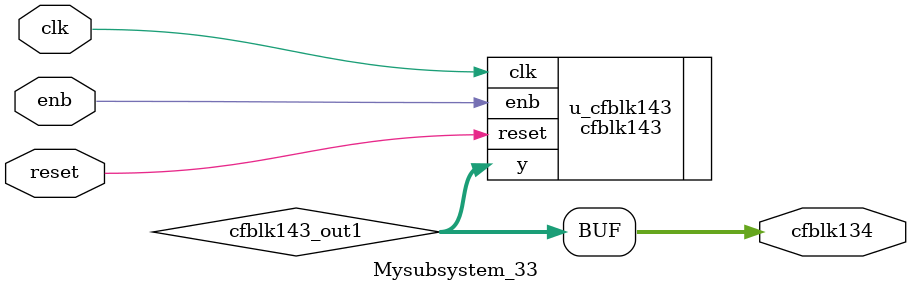
<source format=v>



`timescale 1 ns / 1 ns

module Mysubsystem_33
          (clk,
           reset,
           enb,
           cfblk134);


  input   clk;
  input   reset;
  input   enb;
  output  [7:0] cfblk134;  // uint8


  wire [7:0] cfblk143_out1;  // uint8


  cfblk143 u_cfblk143 (.clk(clk),
                       .reset(reset),
                       .enb(enb),
                       .y(cfblk143_out1)  // uint8
                       );

  assign cfblk134 = cfblk143_out1;

endmodule  // Mysubsystem_33


</source>
